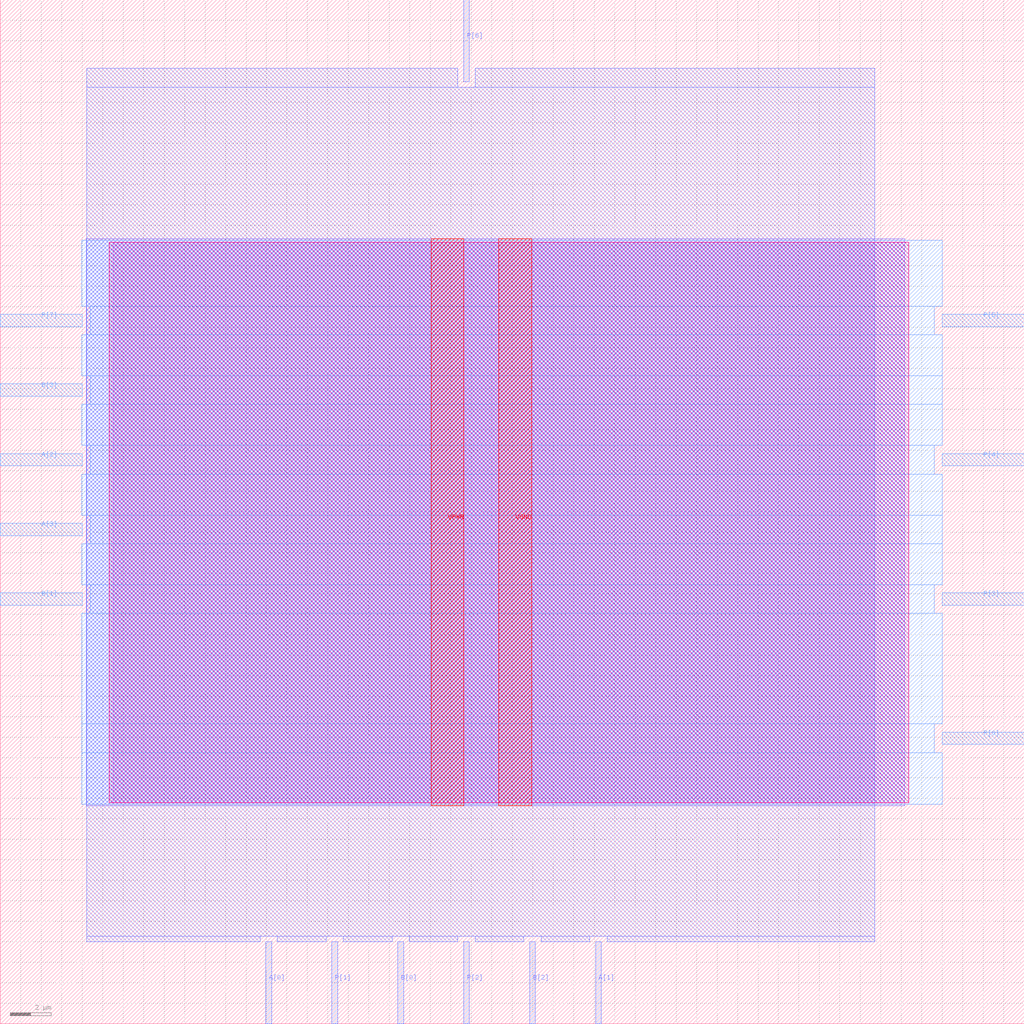
<source format=lef>
VERSION 5.7 ;
  NOWIREEXTENSIONATPIN ON ;
  DIVIDERCHAR "/" ;
  BUSBITCHARS "[]" ;
MACRO mult4_SarsaNStepsRuido_e9_SarsaNStepsRuido_e9_SarsaNStepsRuido_e9_SARSA_RUIDO_e9
  CLASS BLOCK ;
  FOREIGN mult4_SarsaNStepsRuido_e9_SarsaNStepsRuido_e9_SarsaNStepsRuido_e9_SARSA_RUIDO_e9 ;
  ORIGIN 0.000 0.000 ;
  SIZE 50.000 BY 50.000 ;
  PIN A[0]
    DIRECTION INPUT ;
    USE SIGNAL ;
    ANTENNAGATEAREA 0.196500 ;
    PORT
      LAYER met2 ;
        RECT 12.970 0.000 13.250 4.000 ;
    END
  END A[0]
  PIN A[1]
    DIRECTION INPUT ;
    USE SIGNAL ;
    ANTENNAGATEAREA 0.213000 ;
    PORT
      LAYER met2 ;
        RECT 29.070 0.000 29.350 4.000 ;
    END
  END A[1]
  PIN A[2]
    DIRECTION INPUT ;
    USE SIGNAL ;
    ANTENNAGATEAREA 0.213000 ;
    PORT
      LAYER met3 ;
        RECT 0.000 27.240 4.000 27.840 ;
    END
  END A[2]
  PIN A[3]
    DIRECTION INPUT ;
    USE SIGNAL ;
    ANTENNAGATEAREA 0.196500 ;
    PORT
      LAYER met3 ;
        RECT 0.000 23.840 4.000 24.440 ;
    END
  END A[3]
  PIN B[0]
    DIRECTION INPUT ;
    USE SIGNAL ;
    ANTENNAGATEAREA 0.126000 ;
    PORT
      LAYER met2 ;
        RECT 19.410 0.000 19.690 4.000 ;
    END
  END B[0]
  PIN B[1]
    DIRECTION INPUT ;
    USE SIGNAL ;
    ANTENNAGATEAREA 0.213000 ;
    PORT
      LAYER met3 ;
        RECT 0.000 20.440 4.000 21.040 ;
    END
  END B[1]
  PIN B[2]
    DIRECTION INPUT ;
    USE SIGNAL ;
    ANTENNAGATEAREA 0.213000 ;
    PORT
      LAYER met2 ;
        RECT 25.850 0.000 26.130 4.000 ;
    END
  END B[2]
  PIN B[3]
    DIRECTION INPUT ;
    USE SIGNAL ;
    ANTENNAGATEAREA 0.213000 ;
    PORT
      LAYER met3 ;
        RECT 0.000 30.640 4.000 31.240 ;
    END
  END B[3]
  PIN P[0]
    DIRECTION OUTPUT ;
    USE SIGNAL ;
    PORT
      LAYER met3 ;
        RECT 46.000 13.640 50.000 14.240 ;
    END
  END P[0]
  PIN P[1]
    DIRECTION OUTPUT ;
    USE SIGNAL ;
    ANTENNADIFFAREA 0.445500 ;
    PORT
      LAYER met2 ;
        RECT 16.190 0.000 16.470 4.000 ;
    END
  END P[1]
  PIN P[2]
    DIRECTION OUTPUT ;
    USE SIGNAL ;
    ANTENNADIFFAREA 0.445500 ;
    PORT
      LAYER met2 ;
        RECT 22.630 0.000 22.910 4.000 ;
    END
  END P[2]
  PIN P[3]
    DIRECTION OUTPUT ;
    USE SIGNAL ;
    ANTENNADIFFAREA 0.445500 ;
    PORT
      LAYER met3 ;
        RECT 46.000 20.440 50.000 21.040 ;
    END
  END P[3]
  PIN P[4]
    DIRECTION OUTPUT ;
    USE SIGNAL ;
    ANTENNADIFFAREA 0.445500 ;
    PORT
      LAYER met3 ;
        RECT 46.000 27.240 50.000 27.840 ;
    END
  END P[4]
  PIN P[5]
    DIRECTION OUTPUT ;
    USE SIGNAL ;
    ANTENNADIFFAREA 0.445500 ;
    PORT
      LAYER met3 ;
        RECT 46.000 34.040 50.000 34.640 ;
    END
  END P[5]
  PIN P[6]
    DIRECTION OUTPUT ;
    USE SIGNAL ;
    ANTENNADIFFAREA 0.445500 ;
    PORT
      LAYER met2 ;
        RECT 22.630 46.000 22.910 50.000 ;
    END
  END P[6]
  PIN P[7]
    DIRECTION OUTPUT ;
    USE SIGNAL ;
    ANTENNADIFFAREA 0.445500 ;
    PORT
      LAYER met3 ;
        RECT 0.000 34.040 4.000 34.640 ;
    END
  END P[7]
  PIN VGND
    DIRECTION INOUT ;
    USE GROUND ;
    PORT
      LAYER met4 ;
        RECT 24.340 10.640 25.940 38.320 ;
    END
  END VGND
  PIN VPWR
    DIRECTION INOUT ;
    USE POWER ;
    PORT
      LAYER met4 ;
        RECT 21.040 10.640 22.640 38.320 ;
    END
  END VPWR
  OBS
      LAYER nwell ;
        RECT 5.330 10.795 44.350 38.165 ;
      LAYER li1 ;
        RECT 5.520 10.795 44.160 38.165 ;
      LAYER met1 ;
        RECT 4.210 10.640 44.160 38.320 ;
      LAYER met2 ;
        RECT 4.230 45.720 22.350 46.650 ;
        RECT 23.190 45.720 42.690 46.650 ;
        RECT 4.230 4.280 42.690 45.720 ;
        RECT 4.230 4.000 12.690 4.280 ;
        RECT 13.530 4.000 15.910 4.280 ;
        RECT 16.750 4.000 19.130 4.280 ;
        RECT 19.970 4.000 22.350 4.280 ;
        RECT 23.190 4.000 25.570 4.280 ;
        RECT 26.410 4.000 28.790 4.280 ;
        RECT 29.630 4.000 42.690 4.280 ;
      LAYER met3 ;
        RECT 3.990 35.040 46.000 38.245 ;
        RECT 4.400 33.640 45.600 35.040 ;
        RECT 3.990 31.640 46.000 33.640 ;
        RECT 4.400 30.240 46.000 31.640 ;
        RECT 3.990 28.240 46.000 30.240 ;
        RECT 4.400 26.840 45.600 28.240 ;
        RECT 3.990 24.840 46.000 26.840 ;
        RECT 4.400 23.440 46.000 24.840 ;
        RECT 3.990 21.440 46.000 23.440 ;
        RECT 4.400 20.040 45.600 21.440 ;
        RECT 3.990 14.640 46.000 20.040 ;
        RECT 3.990 13.240 45.600 14.640 ;
        RECT 3.990 10.715 46.000 13.240 ;
  END
END mult4_SarsaNStepsRuido_e9_SarsaNStepsRuido_e9_SarsaNStepsRuido_e9_SARSA_RUIDO_e9
END LIBRARY


</source>
